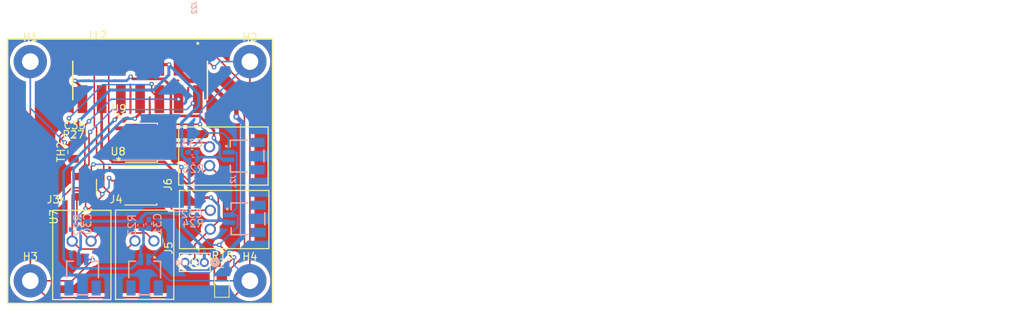
<source format=kicad_pcb>
(kicad_pcb (version 20240108) (generator "pcbnew") (generator_version "8.0")
  (layers (0 "F.Cu" signal) (31 "B.Cu" signal) (34 "B.Paste" user) (35 "F.Paste" user) (36 "B.SilkS" user "B.Silkscreen") (37 "F.SilkS" user "F.Silkscreen") (38 "B.Mask" user) (39 "F.Mask" user) (44 "Edge.Cuts" user))
  (net 0 "")
  (net 1 "GND")
  (net 2 "+12V")
  (net 3 "+5V_USBC")
  (net 4 "ADC0")
  (net 5 "ADC1")
  (net 6 "ADC2")
  (net 7 "ADC3")
  (net 8 "SCL")
  (net 9 "AREF")
  (net 10 "FAN_01_PWM_clockwise")
  (net 11 "FAN_01_PWM_counterclockwise")
  (net 12 "FAN_2_PWM")
  (net 13 "FAN_3_PWM")
  (net 14 "LED_2")
  (net 15 "Net-(D6-K)")
  (net 16 "Fan_Versorgung")
  (net 17 "Net-(U7-OUT1)")
  (net 18 "Net-(U7-OUT2)")
  (net 19 "Net-(U8-D)")
  (net 20 "Net-(U9-D)")
  (footprint "Resistor_SMD:R_0805_2012Metric" (layer "F.Cu") (at 108.7 114.95 90)
    (property "Reference" "TH2" (at 0 -1.65 90) (layer "F.SilkS"))
    (property "Value" "Thermistor_NTC")
    (fp_line (start -0.227064 -0.735) (end 0.227064 -0.735) (stroke (width 0.12)) (layer "F.SilkS"))
    (fp_line (start -0.227064 0.735) (end 0.227064 0.735) (stroke (width 0.12)) (layer "F.SilkS"))
    (pad "1" smd roundrect (at -0.9125 0 90) (size 1.025 1.4) (layers "F.Cu" "F.Paste" "F.Mask") (roundrect_rratio 0.243902) (net 8 "SCL"))
    (pad "2" smd roundrect (at 0.9125 0 90) (size 1.025 1.4) (layers "F.Cu" "F.Paste" "F.Mask") (roundrect_rratio 0.243902) (net 1 "GND"))
  )
  (footprint "Imported_Component_Footprints:CONN_S2B-XH-A-1LFSN_JST" (layer "F.Cu") (at 116.825 126.7265)
    (property "Reference" "J4" (at -2.5 -5.5 0) (layer "F.SilkS"))
    (property "Value" "FAN1")
    (fp_line (start -2.5731 -4.077) (end -2.5731 7.734) (stroke (width 0.1524)) (layer "F.SilkS"))
    (fp_line (start -2.5731 7.734) (end 5.1231 7.734) (stroke (width 0.1524)) (layer "F.SilkS"))
    (fp_line (start 5.1231 -4.077) (end -2.5731 -4.077) (stroke (width 0.1524)) (layer "F.SilkS"))
    (fp_line (start 5.1231 7.734) (end 5.1231 -4.077) (stroke (width 0.1524)) (layer "F.SilkS"))
    (pad "1" thru_hole circle (at 0 0) (size 1.4986 1.4986) (drill 0.9906) (layers "*.Cu" "*.Mask") (net 17 "Net-(U7-OUT1)"))
    (pad "2" thru_hole circle (at 2.499999 0) (size 1.4986 1.4986) (drill 0.9906) (layers "*.Cu" "*.Mask") (net 18 "Net-(U7-OUT2)"))
  )
  (footprint "MountingHole:MountingHole_2.2mm_M2_Pad_TopBottom" (layer "F.Cu") (at 132 103)
    (property "Reference" "H2" (at 0 -3.2 0) (layer "F.SilkS"))
    (property "Value" "MountHole")
    (pad "1" thru_hole circle (at 0 0) (size 2.6 2.6) (drill 2.2) (layers "*.Cu" "*.Mask") (net 1 "GND"))
    (pad "1" connect circle (at 0 0) (size 4.4 4.4) (layers "F.Cu" "F.Mask") (net 1 "GND"))
    (pad "1" connect circle (at 0 0) (size 4.4 4.4) (layers "B.Cu" "B.Mask") (net 1 "GND"))
  )
  (footprint "Imported_Component_Footprints:RJK0456DPB_00_J5" (layer "F.Cu") (at 117.6797 113.735)
    (property "Reference" "U9" (at -3 -4.5 0) (layer "F.SilkS"))
    (property "Value" "RJK0456DPB-00-J5")
    (fp_line (start -2.1082 2.5781) (end 2.1082 2.5781) (stroke (width 0.1524)) (layer "F.SilkS"))
    (fp_line (start 2.1082 -2.5781) (end -2.1082 -2.5781) (stroke (width 0.1524)) (layer "F.SilkS"))
    (fp_line (start 2.1082 -2.40284) (end 2.1082 -2.5781) (stroke (width 0.1524)) (layer "F.SilkS"))
    (fp_line (start 2.1082 2.5781) (end 2.1082 2.40284) (stroke (width 0.1524)) (layer "F.SilkS"))
    (fp_text user "*" (at -2.9337 -3.175 0) (layer "F.SilkS"))
    (fp_text user "*" (at -2.9337 -3.175 0) (layer "F.SilkS"))
    (pad "1" smd rect (at -2.6797 -1.905) (size 1.5494 0.508) (layers "F.Cu" "F.Paste" "F.Mask") (net 1 "GND"))
    (pad "2" smd rect (at -2.6797 -0.635) (size 1.5494 0.508) (layers "F.Cu" "F.Paste" "F.Mask") (net 1 "GND"))
    (pad "3" smd rect (at -2.6797 0.635) (size 1.5494 0.508) (layers "F.Cu" "F.Paste" "F.Mask") (net 1 "GND"))
    (pad "4" smd rect (at -2.6797 1.905) (size 1.5494 0.508) (layers "F.Cu" "F.Paste" "F.Mask") (net 13 "FAN_3_PWM"))
    (pad "5" smd rect (at 1.0033 0) (size 4.9022 4.1402) (layers "F.Cu" "F.Paste" "F.Mask") (net 20 "Net-(U9-D)"))
  )
  (footprint "MountingHole:MountingHole_2.2mm_M2_Pad_TopBottom" (layer "F.Cu") (at 132 132)
    (property "Reference" "H4" (at 0 -3.2 0) (layer "F.SilkS"))
    (property "Value" "MountHole")
    (pad "1" thru_hole circle (at 0 0) (size 2.6 2.6) (drill 2.2) (layers "*.Cu" "*.Mask") (net 1 "GND"))
    (pad "1" connect circle (at 0 0) (size 4.4 4.4) (layers "F.Cu" "F.Mask") (net 1 "GND"))
    (pad "1" connect circle (at 0 0) (size 4.4 4.4) (layers "B.Cu" "B.Mask") (net 1 "GND"))
  )
  (footprint "Imported_Component_Footprints:SAMTEC_TSM-107-04-L-DV" (layer "F.Cu") (at 117.5 105.5)
    (property "Reference" "J12" (at -5.715 -5.965 0) (layer "F.SilkS"))
    (property "Value" "Steckverbinder_Male_Fans")
    (fp_line (start -8.89 2.54) (end -8.89 -2.54) (stroke (width 0.2)) (layer "F.SilkS"))
    (fp_line (start 8.89 -2.54) (end 8.89 2.54) (stroke (width 0.2)) (layer "F.SilkS"))
    (fp_circle (center 7.62 -4.9) (end 7.72 -4.9) (stroke (width 0.2)) (fill none) (layer "F.SilkS"))
    (pad "01" smd rect (at 7.62 -2.475) (size 1.27 3.68) (layers "F.Cu" "F.Paste" "F.Mask") (net 1 "GND"))
    (pad "02" smd rect (at 7.62 2.475) (size 1.27 3.68) (layers "F.Cu" "F.Paste" "F.Mask") (net 11 "FAN_01_PWM_counterclockwise"))
    (pad "03" smd rect (at 5.08 -2.475) (size 1.27 3.68) (layers "F.Cu" "F.Paste" "F.Mask") (net 2 "+12V"))
    (pad "04" smd rect (at 5.08 2.475) (size 1.27 3.68) (layers "F.Cu" "F.Paste" "F.Mask") (net 10 "FAN_01_PWM_clockwise"))
    (pad "05" smd rect (at 2.54 -2.475) (size 1.27 3.68) (layers "F.Cu" "F.Paste" "F.Mask") (net 9 "AREF"))
    (pad "06" smd rect (at 2.54 2.475) (size 1.27 3.68) (layers "F.Cu" "F.Paste" "F.Mask") (net 8 "SCL"))
    (pad "07" smd rect (at 0 -2.475) (size 1.27 3.68) (layers "F.Cu" "F.Paste" "F.Mask") (net 3 "+5V_USBC"))
    (pad "08" smd rect (at 0 2.475) (size 1.27 3.68) (layers "F.Cu" "F.Paste" "F.Mask") (net 4 "ADC0"))
    (pad "09" smd rect (at -2.54 -2.475) (size 1.27 3.68) (layers "F.Cu" "F.Paste" "F.Mask") (net 14 "LED_2"))
    (pad "10" smd rect (at -2.54 2.475) (size 1.27 3.68) (layers "F.Cu" "F.Paste" "F.Mask") (net 5 "ADC1"))
    (pad "11" smd rect (at -5.08 -2.475) (size 1.27 3.68) (layers "F.Cu" "F.Paste" "F.Mask") (net 13 "FAN_3_PWM"))
    (pad "12" smd rect (at -5.08 2.475) (size 1.27 3.68) (layers "F.Cu" "F.Paste" "F.Mask") (net 6 "ADC2"))
    (pad "13" smd rect (at -7.62 -2.475) (size 1.27 3.68) (layers "F.Cu" "F.Paste" "F.Mask") (net 12 "FAN_2_PWM"))
    (pad "14" smd rect (at -7.62 2.475) (size 1.27 3.68) (layers "F.Cu" "F.Paste" "F.Mask") (net 7 "ADC3"))
  )
  (footprint "Imported_Component_Footprints:FTS_103_01_F_S" (layer "F.Cu") (at 125.9866 129.56515)
    (property "Reference" "J2" (at -1.27 0 0) (layer "F.SilkS"))
    (property "Value" "Fan_12/5V_Regelung")
    (fp_circle (center 1.397 0) (end 1.778 0) (stroke (width 0.508)) (fill none) (layer "B.SilkS"))
    (fp_line (start -3.302 -1.2065) (end -3.302 -0.535434) (stroke (width 0.1524)) (layer "F.SilkS"))
    (fp_line (start -3.302 0.535434) (end -3.302 1.2065) (stroke (width 0.1524)) (layer "F.SilkS"))
    (fp_line (start -3.302 1.2065) (end 0.762 1.2065) (stroke (width 0.1524)) (layer "F.SilkS"))
    (fp_line (start 0.762 -1.2065) (end -3.302 -1.2065) (stroke (width 0.1524)) (layer "F.SilkS"))
    (fp_line (start 0.762 -0.535434) (end 0.762 -1.2065) (stroke (width 0.1524)) (layer "F.SilkS"))
    (fp_line (start 0.762 1.2065) (end 0.762 0.535434) (stroke (width 0.1524)) (layer "F.SilkS"))
    (fp_arc (start 1.079071 -0.209957) (mid 1.506613 -0.364892) (end 1.778 0) (stroke (width 0.508)) (layer "F.SilkS"))
    (fp_arc (start 1.778 0) (mid 1.506613 0.364892) (end 1.079071 0.209957) (stroke (width 0.508)) (layer "F.SilkS"))
    (pad "1" thru_hole oval (at 0 0) (size 1.1684 1.2192) (drill 0.7112) (layers "*.Cu" "*.Mask") (net 9 "AREF"))
    (pad "2" thru_hole oval (at -1.27 0) (size 1.1684 1.2192) (drill 0.7112) (layers "*.Cu" "*.Mask") (net 16 "Fan_Versorgung"))
    (pad "3" thru_hole oval (at -2.54 0) (size 1.1684 1.2192) (drill 0.7112) (layers "*.Cu" "*.Mask") (net 2 "+12V"))
  )
  (footprint "Imported_Component_Footprints:RJK0456DPB_00_J5" (layer "F.Cu") (at 117.5967 119.4)
    (property "Reference" "U8" (at -3 -4.5 0) (layer "F.SilkS"))
    (property "Value" "RJK0456DPB-00-J5")
    (fp_line (start -2.1082 2.5781) (end 2.1082 2.5781) (stroke (width 0.1524)) (layer "F.SilkS"))
    (fp_line (start 2.1082 -2.5781) (end -2.1082 -2.5781) (stroke (width 0.1524)) (layer "F.SilkS"))
    (fp_line (start 2.1082 -2.40284) (end 2.1082 -2.5781) (stroke (width 0.1524)) (layer "F.SilkS"))
    (fp_line (start 2.1082 2.5781) (end 2.1082 2.40284) (stroke (width 0.1524)) (layer "F.SilkS"))
    (fp_text user "*" (at -2.9337 -3.175 0) (layer "F.SilkS"))
    (fp_text user "*" (at -2.9337 -3.175 0) (layer "F.SilkS"))
    (pad "1" smd rect (at -2.6797 -1.905) (size 1.5494 0.508) (layers "F.Cu" "F.Paste" "F.Mask") (net 1 "GND"))
    (pad "2" smd rect (at -2.6797 -0.635) (size 1.5494 0.508) (layers "F.Cu" "F.Paste" "F.Mask") (net 1 "GND"))
    (pad "3" smd rect (at -2.6797 0.635) (size 1.5494 0.508) (layers "F.Cu" "F.Paste" "F.Mask") (net 1 "GND"))
    (pad "4" smd rect (at -2.6797 1.905) (size 1.5494 0.508) (layers "F.Cu" "F.Paste" "F.Mask") (net 12 "FAN_2_PWM"))
    (pad "5" smd rect (at 1.0033 0) (size 4.9022 4.1402) (layers "F.Cu" "F.Paste" "F.Mask") (net 19 "Net-(U8-D)"))
  )
  (footprint "MountingHole:MountingHole_2.2mm_M2_Pad_TopBottom" (layer "F.Cu") (at 103 103)
    (property "Reference" "H1" (at 0 -3.2 0) (layer "F.SilkS"))
    (property "Value" "MountHole")
    (pad "1" thru_hole circle (at 0 0) (size 2.6 2.6) (drill 2.2) (layers "*.Cu" "*.Mask") (net 1 "GND"))
    (pad "1" connect circle (at 0 0) (size 4.4 4.4) (layers "F.Cu" "F.Mask") (net 1 "GND"))
    (pad "1" connect circle (at 0 0) (size 4.4 4.4) (layers "B.Cu" "B.Mask") (net 1 "GND"))
  )
  (footprint "Imported_Component_Footprints:CONN_S2B-XH-A-1LFSN_JST" (layer "F.Cu") (at 126.7715 125.175 90)
    (property "Reference" "J5" (at -2.5 -5.5 90) (layer "F.SilkS"))
    (property "Value" "FAN2")
    (fp_line (start 5.1231 -4.077) (end -2.5731 -4.077) (stroke (width 0.1524)) (layer "F.SilkS"))
    (fp_line (start -2.5731 -4.077) (end -2.5731 7.734) (stroke (width 0.1524)) (layer "F.SilkS"))
    (fp_line (start 5.1231 7.734) (end 5.1231 -4.077) (stroke (width 0.1524)) (layer "F.SilkS"))
    (fp_line (start -2.5731 7.734) (end 5.1231 7.734) (stroke (width 0.1524)) (layer "F.SilkS"))
    (pad "1" thru_hole circle (at 0 0 90) (size 1.4986 1.4986) (drill 0.9906) (layers "*.Cu" "*.Mask") (net 16 "Fan_Versorgung"))
    (pad "2" thru_hole circle (at 2.499999 0 90) (size 1.4986 1.4986) (drill 0.9906) (layers "*.Cu" "*.Mask") (net 19 "Net-(U8-D)"))
  )
  (footprint "Imported_Component_Footprints:CONN_S2B-XH-A-1LFSN_JST" (layer "F.Cu") (at 126.6715 116.775 90)
    (property "Reference" "J6" (at -2.5 -5.5 90) (layer "F.SilkS"))
    (property "Value" "FAN3")
    (fp_line (start 5.1231 -4.077) (end -2.5731 -4.077) (stroke (width 0.1524)) (layer "F.SilkS"))
    (fp_line (start -2.5731 -4.077) (end -2.5731 7.734) (stroke (width 0.1524)) (layer "F.SilkS"))
    (fp_line (start 5.1231 7.734) (end 5.1231 -4.077) (stroke (width 0.1524)) (layer "F.SilkS"))
    (fp_line (start -2.5731 7.734) (end 5.1231 7.734) (stroke (width 0.1524)) (layer "F.SilkS"))
    (pad "1" thru_hole circle (at 0 0 90) (size 1.4986 1.4986) (drill 0.9906) (layers "*.Cu" "*.Mask") (net 16 "Fan_Versorgung"))
    (pad "2" thru_hole circle (at 2.499999 0 90) (size 1.4986 1.4986) (drill 0.9906) (layers "*.Cu" "*.Mask") (net 20 "Net-(U9-D)"))
  )
  (footprint "Resistor_SMD:R_0402_1005Metric" (layer "F.Cu") (at 128.4 129.85)
    (property "Reference" "R15" (at 0 -1.17 0) (layer "F.SilkS"))
    (property "Value" "330")
    (fp_line (start -0.153641 -0.38) (end 0.153641 -0.38) (stroke (width 0.12)) (layer "F.SilkS"))
    (fp_line (start -0.153641 0.38) (end 0.153641 0.38) (stroke (width 0.12)) (layer "F.SilkS"))
    (pad "1" smd roundrect (at -0.51 0) (size 0.54 0.64) (layers "F.Cu" "F.Paste" "F.Mask") (net 15 "Net-(D6-K)"))
    (pad "2" smd roundrect (at 0.51 0) (size 0.54 0.64) (layers "F.Cu" "F.Paste" "F.Mask") (net 1 "GND"))
  )
  (footprint "Capacitor_SMD:C_0402_1005Metric_Pad0.74x0.62mm_HandSolder" (layer "F.Cu") (at 108.85 112.6)
    (property "Reference" "C35" (at 0 -1.16 0) (layer "F.SilkS"))
    (property "Value" "0.1µF")
    (fp_line (start -0.115835 -0.36) (end 0.115835 -0.36) (stroke (width 0.12)) (layer "F.SilkS"))
    (fp_line (start -0.115835 0.36) (end 0.115835 0.36) (stroke (width 0.12)) (layer "F.SilkS"))
    (pad "1" smd roundrect (at -0.5675 0) (size 0.735 0.62) (layers "F.Cu" "F.Paste" "F.Mask") (net 8 "SCL"))
    (pad "2" smd roundrect (at 0.5675 0) (size 0.735 0.62) (layers "F.Cu" "F.Paste" "F.Mask") (net 1 "GND"))
  )
  (footprint "LED_SMD:LED_0805_2012Metric" (layer "F.Cu") (at 128.3 132.5 90)
    (property "Reference" "D6" (hide yes))
    (property "Value" "YELLOW")
    (fp_line (start 1 -0.96) (end -1.685 -0.96) (stroke (width 0.12)) (layer "F.SilkS"))
    (fp_line (start -1.685 -0.96) (end -1.685 0.96) (stroke (width 0.12)) (layer "F.SilkS"))
    (fp_line (start -1.685 0.96) (end 1 0.96) (stroke (width 0.12)) (layer "F.SilkS"))
    (pad "1" smd roundrect (at -0.9375 0 90) (size 0.975 1.4) (layers "F.Cu" "F.Paste" "F.Mask") (net 15 "Net-(D6-K)"))
    (pad "2" smd roundrect (at 0.9375 0 90) (size 0.975 1.4) (layers "F.Cu" "F.Paste" "F.Mask") (net 14 "LED_2"))
  )
  (footprint "Imported_Component_Footprints:CONN_S2B-XH-A-1LFSN_JST" (layer "F.Cu") (at 108.525 126.755)
    (property "Reference" "J3" (at -2.5 -5.5 0) (layer "F.SilkS"))
    (property "Value" "FAN0")
    (fp_line (start -2.5731 -4.077) (end -2.5731 7.734) (stroke (width 0.1524)) (layer "F.SilkS"))
    (fp_line (start -2.5731 7.734) (end 5.1231 7.734) (stroke (width 0.1524)) (layer "F.SilkS"))
    (fp_line (start 5.1231 -4.077) (end -2.5731 -4.077) (stroke (width 0.1524)) (layer "F.SilkS"))
    (fp_line (start 5.1231 7.734) (end 5.1231 -4.077) (stroke (width 0.1524)) (layer "F.SilkS"))
    (pad "1" thru_hole circle (at 0 0) (size 1.4986 1.4986) (drill 0.9906) (layers "*.Cu" "*.Mask") (net 17 "Net-(U7-OUT1)"))
    (pad "2" thru_hole circle (at 2.499999 0) (size 1.4986 1.4986) (drill 0.9906) (layers "*.Cu" "*.Mask") (net 18 "Net-(U7-OUT2)"))
  )
  (footprint "MountingHole:MountingHole_2.2mm_M2_Pad_TopBottom" (layer "F.Cu") (at 103 132)
    (property "Reference" "H3" (at 0 -3.2 0) (layer "F.SilkS"))
    (property "Value" "MountHole")
    (pad "1" thru_hole circle (at 0 0) (size 2.6 2.6) (drill 2.2) (layers "*.Cu" "*.Mask") (net 1 "GND"))
    (pad "1" connect circle (at 0 0) (size 4.4 4.4) (layers "F.Cu" "F.Mask") (net 1 "GND"))
    (pad "1" connect circle (at 0 0) (size 4.4 4.4) (layers "B.Cu" "B.Mask") (net 1 "GND"))
  )
  (footprint "Imported_Component_Footprints:TPM16050_S6TR" (layer "F.Cu") (at 110.1 119.55 90)
    (property "Reference" "U7" (at -4 -4 90) (layer "F.SilkS"))
    (property "Value" "TPM16050-S6TR")
    (fp_line (start 0.9779 -1.6383) (end -0.9779 -1.6383) (stroke (width 0.1524)) (layer "F.SilkS"))
    (fp_line (start -0.9779 1.6383) (end 0.9779 1.6383) (stroke (width 0.1524)) (layer "F.SilkS"))
    (fp_text user "*" (at -1.59385 -2.6518 90) (layer "F.SilkS"))
    (fp_text user "*" (at -1.59385 -2.6518 90) (layer "F.SilkS"))
    (pad "1" smd rect (at -1.33985 -0.950001 90) (size 0.9779 0.5588) (layers "F.Cu" "F.Paste" "F.Mask") (net 18 "Net-(U7-OUT2)"))
    (pad "2" smd rect (at -1.33985 0 90) (size 0.9779 0.5588) (layers "F.Cu" "F.Paste" "F.Mask") (net 1 "GND"))
    (pad "3" smd rect (at -1.33985 0.950001 90) (size 0.9779 0.5588) (layers "F.Cu" "F.Paste" "F.Mask") (net 17 "Net-(U7-OUT1)"))
    (pad "4" smd rect (at 1.33985 0.950001 90) (size 0.9779 0.5588) (layers "F.Cu" "F.Paste" "F.Mask") (net 16 "Fan_Versorgung"))
    (pad "5" smd rect (at 1.33985 0 90) (size 0.9779 0.5588) (layers "F.Cu" "F.Paste" "F.Mask") (net 11 "FAN_01_PWM_counterclockwise"))
    (pad "6" smd rect (at 1.33985 -0.950001 90) (size 0.9779 0.5588) (layers "F.Cu" "F.Paste" "F.Mask") (net 10 "FAN_01_PWM_clockwise"))
  )
  (footprint "Resistor_SMD:R_0402_1005Metric" (layer "F.Cu") (at 108.7 111.5 180)
    (property "Reference" "R27" (at 0 -1.17 0) (layer "F.SilkS"))
    (property "Value" "4k7")
    (fp_line (start -0.153641 0.38) (end 0.153641 0.38) (stroke (width 0.12)) (layer "F.SilkS"))
    (fp_line (start -0.153641 -0.38) (end 0.153641 -0.38) (stroke (width 0.12)) (layer "F.SilkS"))
    (pad "1" smd roundrect (at -0.51 0 180) (size 0.54 0.64) (layers "F.Cu" "F.Paste" "F.Mask") (net 9 "AREF"))
    (pad "2" smd roundrect (at 0.51 0 180) (size 0.54 0.64) (layers "F.Cu" "F.Paste" "F.Mask") (net 8 "SCL"))
  )
  (footprint "Resistor_SMD:R_0402_1005Metric" (layer "B.Cu") (at 124.5225 116.03675)
    (property "Reference" "R25" (at 0 1.17 0) (layer "B.SilkS") (effects (justify mirror)))
    (property "Value" "4k7")
    (fp_line (start 0.153641 -0.38) (end -0.153641 -0.38) (stroke (width 0.12)) (layer "B.SilkS"))
    (fp_line (start 0.153641 0.38) (end -0.153641 0.38) (stroke (width 0.12)) (layer "B.SilkS"))
    (pad "1" smd roundrect (at -0.51 0) (size 0.54 0.64) (layers "B.Cu" "B.Paste" "B.Mask") (net 9 "AREF"))
    (pad "2" smd roundrect (at 0.51 0) (size 0.54 0.64) (layers "B.Cu" "B.Paste" "B.Mask") (net 7 "ADC3"))
  )
  (footprint "Resistor_SMD:R_0402_1005Metric" (layer "B.Cu") (at 124.49 123.25)
    (property "Reference" "R24" (at 0 1.17 0) (layer "B.SilkS") (effects (justify mirror)))
    (property "Value" "4k7")
    (fp_line (start 0.153641 -0.38) (end -0.153641 -0.38) (stroke (width 0.12)) (layer "B.SilkS"))
    (fp_line (start 0.153641 0.38) (end -0.153641 0.38) (stroke (width 0.12)) (layer "B.SilkS"))
    (pad "1" smd roundrect (at -0.51 0) (size 0.54 0.64) (layers "B.Cu" "B.Paste" "B.Mask") (net 9 "AREF"))
    (pad "2" smd roundrect (at 0.51 0) (size 0.54 0.64) (layers "B.Cu" "B.Paste" "B.Mask") (net 6 "ADC2"))
  )
  (footprint "Capacitor_SMD:C_0402_1005Metric_Pad0.74x0.62mm_HandSolder" (layer "B.Cu") (at 124.3325 124.3 180)
    (property "Reference" "C32" (at 0 1.16 0) (layer "B.SilkS") (effects (justify mirror)))
    (property "Value" "0.1µF")
    (fp_line (start 0.115835 0.36) (end -0.115835 0.36) (stroke (width 0.12)) (layer "B.SilkS"))
    (fp_line (start 0.115835 -0.36) (end -0.115835 -0.36) (stroke (width 0.12)) (layer "B.SilkS"))
    (pad "1" smd roundrect (at -0.5675 0 180) (size 0.735 0.62) (layers "B.Cu" "B.Paste" "B.Mask") (net 6 "ADC2"))
    (pad "2" smd roundrect (at 0.5675 0 180) (size 0.735 0.62) (layers "B.Cu" "B.Paste" "B.Mask") (net 1 "GND"))
  )
  (footprint "Imported_Component_Footprints:665102131822" (layer "B.Cu") (at 118.1 131.1 180)
    (property "Reference" "J20" (at -4.932 1.4464 0) (layer "B.SilkS") (effects (font (size 0.64 0.64)) (justify mirror)))
    (property "Value" "T2")
    (fp_line (start 2.1 1.695) (end 1.2 1.695) (stroke (width 0.2)) (layer "B.SilkS"))
    (fp_line (start 2.1 -0.5) (end 2.1 1.695) (stroke (width 0.2)) (layer "B.SilkS"))
    (fp_line (start 0.8 -2.755) (end -0.8 -2.755) (stroke (width 0.2)) (layer "B.SilkS"))
    (fp_line (start -2.1 1.695) (end -1.2 1.695) (stroke (width 0.2)) (layer "B.SilkS"))
    (fp_line (start -2.1 -0.5) (end -2.1 1.695) (stroke (width 0.2)) (layer "B.SilkS"))
    (fp_circle (center -1.3 2.2) (end -1.2 2.2) (stroke (width 0.2)) (fill none) (layer "B.SilkS"))
    (pad "1" smd rect (at -0.5 1.92 180) (size 0.6 1.55) (layers "B.Cu" "B.Paste" "B.Mask") (net 1 "GND"))
    (pad "2" smd rect (at 0.5 1.92 180) (size 0.6 1.55) (layers "B.Cu" "B.Paste" "B.Mask") (net 5 "ADC1"))
    (pad "Z1" smd rect (at -1.8 -1.855 180) (size 1.2 2) (layers "B.Cu" "B.Paste" "B.Mask"))
    (pad "Z2" smd rect (at 1.8 -1.855 180) (size 1.2 2) (layers "B.Cu" "B.Paste" "B.Mask"))
  )
  (footprint "Imported_Component_Footprints:665102131822" (layer "B.Cu") (at 131.1 115.5 -90)
    (property "Reference" "J22" (at -19.632 6.4464 90) (layer "B.SilkS") (effects (font (size 0.64 0.64)) (justify mirror)))
    (property "Value" "T3")
    (fp_line (start -2.1 1.695) (end -1.2 1.695) (stroke (width 0.2)) (layer "B.SilkS"))
    (fp_line (start 2.1 1.695) (end 1.2 1.695) (stroke (width 0.2)) (layer "B.SilkS"))
    (fp_line (start -2.1 -0.5) (end -2.1 1.695) (stroke (width 0.2)) (layer "B.SilkS"))
    (fp_line (start 2.1 -0.5) (end 2.1 1.695) (stroke (width 0.2)) (layer "B.SilkS"))
    (fp_line (start 0.8 -2.755) (end -0.8 -2.755) (stroke (width 0.2)) (layer "B.SilkS"))
    (fp_circle (center -1.3 2.2) (end -1.2 2.2) (stroke (width 0.2)) (fill none) (layer "B.SilkS"))
    (pad "1" smd rect (at -0.5 1.92 270) (size 0.6 1.55) (layers "B.Cu" "B.Paste" "B.Mask") (net 1 "GND"))
    (pad "2" smd rect (at 0.5 1.92 270) (size 0.6 1.55) (layers "B.Cu" "B.Paste" "B.Mask") (net 7 "ADC3"))
    (pad "Z1" smd rect (at -1.8 -1.855 270) (size 1.2 2) (layers "B.Cu" "B.Paste" "B.Mask"))
    (pad "Z2" smd rect (at 1.8 -1.855 270) (size 1.2 2) (layers "B.Cu" "B.Paste" "B.Mask"))
  )
  (footprint "Resistor_SMD:R_0402_1005Metric" (layer "B.Cu") (at 117.6 124.65 -90)
    (property "Reference" "R23" (at 0 1.17 90) (layer "B.SilkS") (effects (justify mirror)))
    (property "Value" "4k7")
    (fp_line (start 0.153641 0.38) (end -0.153641 0.38) (stroke (width 0.12)) (layer "B.SilkS"))
    (fp_line (start 0.153641 -0.38) (end -0.153641 -0.38) (stroke (width 0.12)) (layer "B.SilkS"))
    (pad "1" smd roundrect (at -0.51 0 270) (size 0.54 0.64) (layers "B.Cu" "B.Paste" "B.Mask") (net 9 "AREF"))
    (pad "2" smd roundrect (at 0.51 0 270) (size 0.54 0.64) (layers "B.Cu" "B.Paste" "B.Mask") (net 5 "ADC1"))
  )
  (footprint "Capacitor_SMD:C_0402_1005Metric_Pad0.74x0.62mm_HandSolder" (layer "B.Cu") (at 124.3825 115 180)
    (property "Reference" "C33" (at 0 1.16 0) (layer "B.SilkS") (effects (justify mirror)))
    (property "Value" "0.1µF")
    (fp_line (start 0.115835 0.36) (end -0.115835 0.36) (stroke (width 0.12)) (layer "B.SilkS"))
    (fp_line (start 0.115835 -0.36) (end -0.115835 -0.36) (stroke (width 0.12)) (layer "B.SilkS"))
    (pad "1" smd roundrect (at -0.5675 0 180) (size 0.735 0.62) (layers "B.Cu" "B.Paste" "B.Mask") (net 7 "ADC3"))
    (pad "2" smd roundrect (at 0.5675 0 180) (size 0.735 0.62) (layers "B.Cu" "B.Paste" "B.Mask") (net 1 "GND"))
  )
  (footprint "Capacitor_SMD:C_0402_1005Metric_Pad0.74x0.62mm_HandSolder" (layer "B.Cu") (at 118.65 124.4825 90)
    (property "Reference" "C31" (at 0 1.16 90) (layer "B.SilkS") (effects (justify mirror)))
    (property "Value" "0.1µF")
    (fp_line (start 0.115835 -0.36) (end -0.115835 -0.36) (stroke (width 0.12)) (layer "B.SilkS"))
    (fp_line (start 0.115835 0.36) (end -0.115835 0.36) (stroke (width 0.12)) (layer "B.SilkS"))
    (pad "1" smd roundrect (at -0.5675 0 90) (size 0.735 0.62) (layers "B.Cu" "B.Paste" "B.Mask") (net 5 "ADC1"))
    (pad "2" smd roundrect (at 0.5675 0 90) (size 0.735 0.62) (layers "B.Cu" "B.Paste" "B.Mask") (net 1 "GND"))
  )
  (footprint "Capacitor_SMD:C_0402_1005Metric_Pad0.74x0.62mm_HandSolder" (layer "B.Cu") (at 109.4 124.4825 90)
    (property "Reference" "C30" (at 0 1.16 90) (layer "B.SilkS") (effects (justify mirror)))
    (property "Value" "0.1µF")
    (fp_line (start 0.115835 -0.36) (end -0.115835 -0.36) (stroke (width 0.12)) (layer "B.SilkS"))
    (fp_line (start 0.115835 0.36) (end -0.115835 0.36) (stroke (width 0.12)) (layer "B.SilkS"))
    (pad "1" smd roundrect (at -0.5675 0 90) (size 0.735 0.62) (layers "B.Cu" "B.Paste" "B.Mask") (net 4 "ADC0"))
    (pad "2" smd roundrect (at 0.5675 0 90) (size 0.735 0.62) (layers "B.Cu" "B.Paste" "B.Mask") (net 1 "GND"))
  )
  (footprint "Imported_Component_Footprints:665102131822" (layer "B.Cu") (at 109.9 131.1 180)
    (property "Reference" "J19" (hide yes))
    (property "Value" "T2")
    (fp_line (start 2.1 1.695) (end 1.2 1.695) (stroke (width 0.2)) (layer "B.SilkS"))
    (fp_line (start 2.1 -0.5) (end 2.1 1.695) (stroke (width 0.2)) (layer "B.SilkS"))
    (fp_line (start 0.8 -2.755) (end -0.8 -2.755) (stroke (width 0.2)) (layer "B.SilkS"))
    (fp_line (start -2.1 1.695) (end -1.2 1.695) (stroke (width 0.2)) (layer "B.SilkS"))
    (fp_line (start -2.1 -0.5) (end -2.1 1.695) (stroke (width 0.2)) (layer "B.SilkS"))
    (fp_circle (center -1.3 2.2) (end -1.2 2.2) (stroke (width 0.2)) (fill none) (layer "B.SilkS"))
    (pad "1" smd rect (at -0.5 1.92 180) (size 0.6 1.55) (layers "B.Cu" "B.Paste" "B.Mask") (net 1 "GND"))
    (pad "2" smd rect (at 0.5 1.92 180) (size 0.6 1.55) (layers "B.Cu" "B.Paste" "B.Mask") (net 4 "ADC0"))
    (pad "Z1" smd rect (at -1.8 -1.855 180) (size 1.2 2) (layers "B.Cu" "B.Paste" "B.Mask"))
    (pad "Z2" smd rect (at 1.8 -1.855 180) (size 1.2 2) (layers "B.Cu" "B.Paste" "B.Mask"))
  )
  (footprint "Imported_Component_Footprints:665102131822" (layer "B.Cu") (at 131.21325 123.8 -90)
    (property "Reference" "J21" (at -4.932 1.4464 90) (layer "B.SilkS") (effects (font (size 0.64 0.64)) (justify mirror)))
    (property "Value" "T2")
    (fp_line (start -2.1 1.695) (end -1.2 1.695) (stroke (width 0.2)) (layer "B.SilkS"))
    (fp_line (start 2.1 1.695) (end 1.2 1.695) (stroke (width 0.2)) (layer "B.SilkS"))
    (fp_line (start -2.1 -0.5) (end -2.1 1.695) (stroke (width 0.2)) (layer "B.SilkS"))
    (fp_line (start 2.1 -0.5) (end 2.1 1.695) (stroke (width 0.2)) (layer "B.SilkS"))
    (fp_line (start 0.8 -2.755) (end -0.8 -2.755) (stroke (width 0.2)) (layer "B.SilkS"))
    (fp_circle (center -1.3 2.2) (end -1.2 2.2) (stroke (width 0.2)) (fill none) (layer "B.SilkS"))
    (pad "1" smd rect (at -0.5 1.92 270) (size 0.6 1.55) (layers "B.Cu" "B.Paste" "B.Mask") (net 1 "GND"))
    (pad "2" smd rect (at 0.5 1.92 270) (size 0.6 1.55) (layers "B.Cu" "B.Paste" "B.Mask") (net 6 "ADC2"))
    (pad "Z1" smd rect (at -1.8 -1.855 270) (size 1.2 2) (layers "B.Cu" "B.Paste" "B.Mask"))
    (pad "Z2" smd rect (at 1.8 -1.855 270) (size 1.2 2) (layers "B.Cu" "B.Paste" "B.Mask"))
  )
  (footprint "Resistor_SMD:R_0402_1005Metric" (layer "B.Cu") (at 110.45 124.6325 -90)
    (property "Reference" "R22" (at 0 1.17 90) (layer "B.SilkS") (effects (justify mirror)))
    (property "Value" "4k7")
    (fp_line (start 0.153641 0.38) (end -0.153641 0.38) (stroke (width 0.12)) (layer "B.SilkS"))
    (fp_line (start 0.153641 -0.38) (end -0.153641 -0.38) (stroke (width 0.12)) (layer "B.SilkS"))
    (pad "1" smd roundrect (at -0.51 0 270) (size 0.54 0.64) (layers "B.Cu" "B.Paste" "B.Mask") (net 9 "AREF"))
    (pad "2" smd roundrect (at 0.51 0 270) (size 0.54 0.64) (layers "B.Cu" "B.Paste" "B.Mask") (net 4 "ADC0"))
  )
  (gr_rect (start 100 100) (end 135 135) (stroke (width 0.2)) (fill none) (layer "F.SilkS"))
  (segment (start 114.917 120.035) (end 114.917 118.765) (width 0.2) (layer "F.Cu") (net 1))
  (segment (start 114.917 118.765) (end 114.917 117.495) (width 0.2) (layer "F.Cu") (net 1))
  (segment (start 112.5 120.774386) (end 112.5 120.55) (width 0.2) (layer "F.Cu") (net 1))
  (segment (start 108.7 114.0375) (end 107.8875 114.0375) (width 0.2) (layer "F.Cu") (net 1))
  (segment (start 128.95 129.85) (end 129.9 128.9) (width 0.2) (layer "F.Cu") (net 1))
  (segment (start 110.3 121.08985) (end 110.1 120.88985) (width 0.2) (layer "F.Cu") (net 1))
  (segment (start 103 125.2) (end 103 132) (width 0.2) (layer "F.Cu") (net 1))
  (segment (start 111.25 129.25) (end 108.5 132) (width 0.2) (layer "F.Cu") (net 1))
  (segment (start 127.25 103.75) (end 126.525 103.025) (width 0.2) (layer "F.Cu") (net 1))
  (segment (start 115 111.83) (end 115.5207 111.83) (width 0.2) (layer "F.Cu") (net 1))
  (segment (start 109.4175 112.6) (end 109.4175 113.32) (width 0.2) (layer "F.Cu") (net 1))
  (segment (start 114.917 118.765) (end 113.765004 118.765) (width 0.2) (layer "F.Cu") (net 1))
  (segment (start 110.824386 122.45) (end 112.5 120.774386) (width 0.2) (layer "F.Cu") (net 1))
  (segment (start 132 132) (end 132 103) (width 0.2) (layer "F.Cu") (net 1))
  (segment (start 108.5 132) (end 103 132) (width 0.2) (layer "F.Cu") (net 1))
  (segment (start 111.6509 119.7009) (end 108.4991 119.7009) (width 0.2) (layer "F.Cu") (net 1))
  (segment (start 127.95 127.25) (end 129.6 128.9) (width 0.2) (layer "F.Cu") (net 1))
  (segment (start 116.057385 111.293315) (end 125.418009 111.293315) (width 0.2) (layer "F.Cu") (net 1))
  (segment (start 113.765004 118.765) (end 113.4 118.399996) (width 0.2) (layer "F.Cu") (net 1))
  (segment (start 109.4175 113.32) (end 108.7 114.0375) (width 0.2) (layer "F.Cu") (net 1))
  (segment (start 107.8875 114.0375) (end 107.55 113.7) (width 0.2) (layer "F.Cu") (net 1))
  (segment (start 108.4991 119.7009) (end 103 125.2) (width 0.2) (layer "F.Cu") (net 1))
  (segment (start 126.525 103.025) (end 125.12 103.025) (width 0.2) (layer "F.Cu") (net 1))
  (segment (start 110.3 122.45) (end 110.824386 122.45) (width 0.2) (layer "F.Cu") (net 1))
  (segment (start 115.5207 111.83) (end 116.057385 111.293315) (width 0.2) (layer "F.Cu") (net 1))
  (segment (start 112.5 120.55) (end 111.6509 119.7009) (width 0.2) (layer "F.Cu") (net 1))
  (segment (start 110.3 122.45) (end 110.3 121.08985) (width 0.2) (layer "F.Cu") (net 1))
  (segment (start 132 132) (end 129.775 134.225) (width 0.2) (layer "F.Cu") (net 1))
  (segment (start 128.91 129.85) (end 128.95 129.85) (width 0.2) (layer "F.Cu") (net 1))
  (segment (start 129.6 128.9) (end 129.9 128.9) (width 0.2) (layer "F.Cu") (net 1))
  (segment (start 103 103) (end 103 132) (width 0.2) (layer "F.Cu") (net 1))
  (segment (start 115 114.37) (end 115 111.83) (width 0.2) (layer "F.Cu") (net 1))
  (segment (start 129.775 134.225) (end 105.225 134.225) (width 0.2) (layer "F.Cu") (net 1))
  (segment (start 105.225 134.225) (end 103 132) (width 0.2) (layer "F.Cu") (net 1))
  (via (at 129.9 128.9) (size 0.6) (drill 0.3) (layers "F.Cu" "B.Cu") (net 1))
  (via (at 127.95 127.25) (size 0.6) (drill 0.3) (layers "F.Cu" "B.Cu") (net 1))
  (via (at 107.55 113.7) (size 0.6) (drill 0.3) (layers "F.Cu" "B.Cu") (net 1))
  (via (at 112.5 120.55) (size 0.6) (drill 0.3) (layers "F.Cu" "B.Cu") (net 1))
  (via (at 111.25 129.25) (size 0.6) (drill 0.3) (layers "F.Cu" "B.Cu") (net 1))
  (via (at 125.418009 111.293315) (size 0.6) (drill 0.3) (layers "F.Cu" "B.Cu") (net 1))
  (via (at 113.4 118.399996) (size 0.6) (drill 0.3) (layers "F.Cu" "B.Cu") (net 1))
  (via (at 127.25 103.75) (size 0.6) (drill 0.3) (layers "F.Cu" "B.Cu") (net 1))
  (via (at 110.3 122.45) (size 0.6) (drill 0.3) (layers "F.Cu" "B.Cu") (net 1))
  (segment (start 129.18 115) (end 130.155 115) (width 0.2) (layer "B.Cu") (net 1))
  (segment (start 130.255 115.1) (end 130.255 122.33825) (width 0.2) (layer "B.Cu") (net 1))
  (segment (start 120.374299 125.639299) (end 120.374299 127.405701) (width 0.2) (layer "B.Cu") (net 1))
  (segment (start 120.374299 127.405701) (end 118.6 129.18) (width 0.2) (layer "B.Cu") (net 1))
  (segment (start 121.42 132) (end 132 132) (width 0.2) (layer "B.Cu") (net 1))
  (segment (start 125.418009 111.503009) (end 126.365 112.45) (width 0.2) (layer "B.Cu") (net 1))
  (segment (start 127.95 127.25) (end 126.834738 127.25) (width 0.2) (layer "B.Cu") (net 1))
  (segment (start 111.18 129.18) (end 111.25 129.25) (width 0.2) (layer "B.Cu") (net 1))
  (segment (start 103 109.15) (end 103 103) (width 0.2) (layer "B.Cu") (net 1))
  (segment (start 128.45 112.45) (end 129.18 113.18) (width 0.2) (layer "B.Cu") (net 1))
  (segment (start 123.884738 124.3) (end 123.765 124.3) (width 0.2) (layer "B.Cu") (net 1))
  (segment (start 109.4 123.915) (end 109.4 123.35) (width 0.2) (layer "B.Cu") (net 1))
  (segment (start 129.29325 123.3) (end 130.26825 123.3) (width 0.2) (layer "B.Cu") (net 1))
  (segment (start 129.9 128.9) (end 129.9 129.9) (width 0.2) (layer "B.Cu") (net 1))
  (segment (start 113.4 119.65) (end 113.4 118.399996) (width 0.2) (layer "B.Cu") (net 1))
  (segment (start 130.155 115) (end 130.255 115.1) (width 0.2) (layer "B.Cu") (net 1))
  (segment (start 126.365 112.45) (end 128.45 112.45) (width 0.2) (layer "B.Cu") (net 1))
  (segment (start 130.36825 123.4) (end 130.36825 124.83175) (width 0.2) (layer "B.Cu") (net 1))
  (segment (start 110.4 129.18) (end 111.18 129.18) (width 0.2) (layer "B.Cu") (net 1))
  (segment (start 130.26825 123.3) (end 130.36825 123.4) (width 0.2) (layer "B.Cu") (net 1))
  (segment (start 118.65 123.915) (end 120.374299 125.639299) (width 0.2) (layer "B.Cu") (net 1))
  (segment (start 130.36825 124.83175) (end 127.95 127.25) (width 0.2) (layer "B.Cu") (net 1))
  (segment (start 112.5 120.55) (end 113.4 119.65) (width 0.2) (layer "B.Cu") (net 1))
  (segment (start 126.834738 127.25) (end 123.884738 124.3) (width 0.2) (layer "B.Cu") (net 1))
  (segment (start 118.6 129.18) (end 121.42 132) (width 0.2) (layer "B.Cu") (net 1))
  (segment (start 125.418009 111.293315) (end 125.418009 111.503009) (width 0.2) (layer "B.Cu") (net 1))
  (segment (start 129.9 129.9) (end 132 132) (width 0.2) (layer "B.Cu") (net 1))
  (segment (start 125.418009 111.293315) (end 125.418009 109.581991) (width 0.2) (layer "B.Cu") (net 1))
  (segment (start 125.418009 109.581991) (end 132 103) (width 0.2) (layer "B.Cu") (net 1))
  (segment (start 129.18 113.18) (end 129.18 115) (width 0.2) (layer "B.Cu") (net 1))
  (segment (start 128 103) (end 127.25 103.75) (width 0.2) (layer "B.Cu") (net 1))
  (segment (start 130.255 122.33825) (end 129.29325 123.3) (width 0.2) (layer "B.Cu") (net 1))
  (segment (start 132 103) (end 128 103) (width 0.2) (layer "B.Cu") (net 1))
  (segment (start 109.4 123.35) (end 110.3 122.45) (width 0.2) (layer "B.Cu") (net 1))
  (segment (start 107.55 113.7) (end 103 109.15) (width 0.2) (layer "B.Cu") (net 1))
  (segment (start 123.815 115) (end 126.365 112.45) (width 0.2) (layer "B.Cu") (net 1))
  (segment (start 122.58 104.23) (end 123.885 105.535) (width 0.6) (layer "F.Cu") (net 2))
  (segment (start 130.217498 109.397498) (end 130.217498 110.282498) (width 0.6) (layer "F.Cu") (net 2))
  (segment (start 122.58 103.025) (end 122.58 104.23) (width 0.6) (layer "F.Cu") (net 2))
  (segment (start 123.885 105.535) (end 126.355 105.535) (width 0.6) (layer "F.Cu") (net 2))
  (segment (start 126.355 105.535) (end 130.217498 109.397498) (width 0.6) (layer "F.Cu") (net 2))
  (via (at 130.217498 110.282498) (size 0.8) (drill 0.4) (layers "F.Cu" "B.Cu") (net 2))
  (segment (start 126.477112 130.77475) (end 131.06825 126.183612) (width 0.6) (layer "B.Cu") (net 2))
  (segment (start 131.06825 111.13325) (end 130.217498 110.282498) (width 0.6) (layer "B.Cu") (net 2))
  (segment (start 123.4466 129.56515) (end 123.4466 129.995262) (width 0.6) (layer "B.Cu") (net 2))
  (segment (start 131.06825 126.183612) (end 131.06825 111.13325) (width 0.6) (layer "B.Cu") (net 2))
  (segment (start 124.226088 130.77475) (end 126.477112 130.77475) (width 0.6) (layer "B.Cu") (net 2))
  (segment (start 123.4466 129.995262) (end 124.226088 130.77475) (width 0.6) (layer "B.Cu") (net 2))
  (segment (start 117.5 109.85) (end 116.8 110.55) (width 0.35) (layer "F.Cu") (net 4))
  (segment (start 117.5 107.975) (end 117.5 109.85) (width 0.35) (layer "F.Cu") (net 4))
  (via (at 116.8 110.55) (size 0.6) (drill 0.3) (layers "F.Cu" "B.Cu") (net 4))
  (segment (start 109.4 128.055) (end 109.6493 127.8057) (width 0.35) (layer "B.Cu") (net 4))
  (segment (start 116.8 110.55) (end 115.354995 110.55) (width 0.35) (layer "B.Cu") (net 4))
  (segment (start 109.6493 127.8057) (end 109.6493 125.2993) (width 0.35) (layer "B.Cu") (net 4))
  (segment (start 108.715 124.365) (end 109.4 125.05) (width 0.35) (layer "B.Cu") (net 4))
  (segment (start 109.6493 125.2993) (end 109.4 125.05) (width 0.35) (layer "B.Cu") (net 4))
  (segment (start 109.4 129.18) (end 109.4 128.055) (width 0.35) (layer "B.Cu") (net 4))
  (segment (start 108.715 117.189995) (end 108.715 124.365) (width 0.35) (layer "B.Cu") (net 4))
  (segment (start 109.4 125.05) (end 110.3575 125.05) (width 0.35) (layer "B.Cu") (net 4))
  (segment (start 115.354995 110.55) (end 108.715 117.189995) (width 0.35) (layer "B.Cu") (net 4))
  (segment (start 110.3575 125.05) (end 110.45 125.1425) (width 0.35) (layer "B.Cu") (net 4))
  (segment (start 114.96 107.975) (end 114.96 109.89) (width 0.35) (layer "F.Cu") (net 5))
  (segment (start 114.96 109.89) (end 114.15 110.7) (width 0.35) (layer "F.Cu") (net 5))
  (via (at 114.15 110.7) (size 0.6) (drill 0.3) (layers "F.Cu" "B.Cu") (net 5))
  (segment (start 118.54 125.16) (end 118.65 125.05) (width 0.35) (layer "B.Cu") (net 5))
  (segment (start 117.9493 127.192201) (end 117.9493 125.5093) (width 0.35) (layer "B.Cu") (net 5))
  (segment (start 114.15 110.7) (end 107.4007 117.4493) (width 0.35) (layer "B.Cu") (net 5))
  (segment (start 108.625 130.35) (end 116.43 130.35) (width 0.35) (layer "B.Cu") (net 5))
  (segment (start 117.6 127.541501) (end 117.9493 127.192201) (width 0.35) (layer "B.Cu") (net 5))
  (segment (start 117.6 125.16) (end 118.54 125.16) (width 0.35) (layer "B.Cu") (net 5))
  (segment (start 117.9493 125.5093) (end 117.6 125.16) (width 0.35) (layer "B.Cu") (net 5))
  (segment (start 116.43 130.35) (end 117.6 129.18) (width 0.35) (layer "B.Cu") (net 5))
  (segment (start 107.4007 129.1257) (end 108.625 130.35) (width 0.35) (layer "B.Cu") (net 5))
  (segment (start 117.6 129.18) (end 117.6 127.541501) (width 0.35) (layer "B.Cu") (net 5))
  (segment (start 107.4007 117.4493) (end 107.4007 129.1257) (width 0.35) (layer "B.Cu") (net 5))
  (segment (start 112.42 107.975) (end 112.42 114.8387) (width 0.35) (layer "F.Cu") (net 6))
  (segment (start 113.8503 116.269) (end 120.714 116.269) (width 0.35) (layer "F.Cu") (net 6))
  (segment (start 125.445 121) (end 126.85 121) (width 0.35) (layer "F.Cu") (net 6))
  (segment (start 112.42 114.8387) (end 113.8503 116.269) (width 0.35) (layer "F.Cu") (net 6))
  (segment (start 120.714 116.269) (end 125.445 121) (width 0.35) (layer "F.Cu") (net 6))
  (via (at 126.85 121) (size 0.6) (drill 0.3) (layers "F.Cu" "B.Cu") (net 6))
  (segment (start 128.6493 124.3) (end 129.29325 124.3) (width 0.35) (layer "B.Cu") (net 6))
  (segment (start 127.8958 123.5465) (end 128.6493 124.3) (width 0.35) (layer "B.Cu") (net 6))
  (segment (start 129.04395 124.0507) (end 129.29325 124.3) (width 0.35) (layer "B.Cu") (net 6))
  (segment (start 127.8958 122.0458) (end 127.8958 123.5465) (width 0.35) (layer "B.Cu") (net 6))
  (segment (start 124.9 123.35) (end 125 123.25) (width 0.35) (layer "B.Cu") (net 6))
  (segment (start 125.1493 124.0507) (end 129.04395 124.0507) (width 0.35) (layer "B.Cu") (net 6))
  (segment (start 126.85 121) (end 127.8958 122.0458) (width 0.35) (layer "B.Cu") (net 6))
  (segment (start 124.9 124.3) (end 124.9 123.35) (width 0.35) (layer "B.Cu") (net 6))
  (segment (start 124.9 124.3) (end 125.1493 124.0507) (width 0.35) (layer "B.Cu") (net 6))
  (segment (start 109.88 106.53) (end 108.9 105.55) (width 0.35) (layer "F.Cu") (net 7))
  (segment (start 127.25 112.1) (end 125.34 110.19) (width 0.35) (layer "F.Cu") (net 7))
  (segment (start 120.58 105.29) (end 116.54 105.29) (width 0.35) (layer "F.Cu") (net 7))
  (segment (start 127.25 113.1) (end 127.25 112.1) (width 0.35) (layer "F.Cu") (net 7))
  (segment (start 125.34 110.19) (end 121.57 110.19) (width 0.35) (layer "F.Cu") (net 7))
  (segment (start 121.57 110.19) (end 121.57 106.28) (width 0.35) (layer "F.Cu") (net 7))
  (segment (start 121.57 106.28) (end 120.58 105.29) (width 0.35) (layer "F.Cu") (net 7))
  (segment (start 109.88 107.975) (end 109.88 106.53) (width 0.35) (layer "F.Cu") (net 7))
  (segment (start 116.54 105.29) (end 116.25 105) (width 0.35) (layer "F.Cu") (net 7))
  (via (at 108.9 105.55) (size 0.6) (drill 0.3) (layers "F.Cu" "B.Cu") (net 7))
  (via (at 127.25 113.1) (size 0.6) (drill 0.3) (layers "F.Cu" "B.Cu") (net 7))
  (via (at 116.25 105) (size 0.6) (drill 0.3) (layers "F.Cu" "B.Cu") (net 7))
  (segment (start 125.0325 116.03675) (end 125.0325 115.0825) (width 0.35) (layer "B.Cu") (net 7))
  (segment (start 108.9 105.55) (end 115.7 105.55) (width 0.35) (layer "B.Cu") (net 7))
  (segment (start 125.0325 115.0825) (end 124.95 115) (width 0.35) (layer "B.Cu") (net 7))
  (segment (start 115.7 105.55) (end 116.25 105) (width 0.35) (layer "B.Cu") (net 7))
  (segment (start 127.25 113.2635) (end 127.25 113.1) (width 0.35) (layer "B.Cu") (net 7))
  (segment (start 125.0325 116.03675) (end 125.41855 115.6507) (width 0.35) (layer "B.Cu") (net 7))
  (segment (start 125.41855 115.6507) (end 128.0057 115.6507) (width 0.35) (layer "B.Cu") (net 7))
  (segment (start 128.355 116) (end 129.18 116) (width 0.35) (layer "B.Cu") (net 7))
  (segment (start 128.03 114.0435) (end 127.25 113.2635) (width 0.35) (layer "B.Cu") (net 7))
  (segment (start 128.03 115.675) (end 128.03 114.0435) (width 0.35) (layer "B.Cu") (net 7))
  (segment (start 128.355 116) (end 128.03 115.675) (width 0.35) (layer "B.Cu") (net 7))
  (segment (start 128.0057 115.6507) (end 128.355 116) (width 0.35) (layer "B.Cu") (net 7))
  (segment (start 107.730761 112.6) (end 108.2825 112.6) (width 0.2) (layer "F.Cu") (net 8))
  (segment (start 106.9 114.0625) (end 106.9 113.430761) (width 0.2) (layer "F.Cu") (net 8))
  (segment (start 106.9 112.79) (end 108.19 111.5) (width 0.2) (layer "F.Cu") (net 8))
  (segment (start 107.5 114.6625) (end 107.4 114.5625) (width 0.2) (layer "F.Cu") (net 8))
  (segment (start 107.05 113.280761) (end 107.730761 112.6) (width 0.2) (layer "F.Cu") (net 8))
  (segment (start 119.021774 106.956774) (end 119.021774 105.967564) (width 0.2) (layer "F.Cu") (net 8))
  (segment (start 106.9 113.430761) (end 107.05 113.280761) (width 0.2) (layer "F.Cu") (net 8))
  (segment (start 107.7 114.8625) (end 107.6 114.7625) (width 0.2) (layer "F.Cu") (net 8))
  (segment (start 107.6 114.7625) (end 107.5 114.6625) (width 0.2) (layer "F.Cu") (net 8))
  (segment (start 108.1 110.5) (end 108.1 111.41) (width 0.2) (layer "F.Cu") (net 8))
  (segment (start 107.3 114.4625) (end 107.2 114.3625) (width 0.2) (layer "F.Cu") (net 8))
  (segment (start 120.04 107.975) (end 119.021774 106.956774) (width 0.2) (layer "F.Cu") (net 8))
  (segment (start 108.1 111.41) (end 108.19 111.5) (width 0.2) (layer "F.Cu") (net 8))
  (segment (start 106.9 114.0625) (end 106.9 112.79) (width 0.2) (layer "F.Cu") (net 8))
  (segment (start 107.2 114.3625) (end 107.05 114.2125) (width 0.2) (layer "F.Cu") (net 8))
  (segment (start 107.05 114.2125) (end 106.9 114.0625) (width 0.2) (layer "F.Cu") (net 8))
  (segment (start 107.4 114.5625) (end 107.3 114.4625) (width 0.2) (layer "F.Cu") (net 8))
  (segment (start 108.7 115.8625) (end 107.7 114.8625) (width 0.2) (layer "F.Cu") (net 8))
  (via (at 119.021774 105.967564) (size 0.6) (drill 0.3) (layers "F.Cu" "B.Cu") (net 8))
  (via (at 108.1 110.5) (size 0.6) (drill 0.3) (layers "F.Cu" "B.Cu") (net 8))
  (segment (start 112.55 106.05) (end 118.939338 106.05) (width 0.2) (layer "B.Cu") (net 8))
  (segment (start 118.939338 106.05) (end 119.021774 105.967564) (width 0.2) (layer "B.Cu") (net 8))
  (segment (start 108.1 110.5) (end 112.55 106.05) (width 0.2) (layer "B.Cu") (net 8))
  (segment (start 109.21 111.5) (end 109.21 111.09) (width 0.4) (layer "F.Cu") (net 9))
  (segment (start 120.415 103.4) (end 120.04 103.025) (width 0.4) (layer "F.Cu") (net 9))
  (segment (start 121.3 103.4) (end 120.415 103.4) (width 0.4) (layer "F.Cu") (net 9))
  (segment (start 109.21 111.09) (end 109.55 110.75) (width 0.4) (layer "F.Cu") (net 9))
  (via (at 109.55 110.75) (size 0.6) (drill 0.3) (layers "F.Cu" "B.Cu") (net 9))
  (via (at 121.3 103.4) (size 0.6) (drill 0.3) (layers "F.Cu" "B.Cu") (net 9))
  (segment (start 117.6 123.737606) (end 118.287606 123.05) (width 0.4) (layer "B.Cu") (net 9))
  (segment (start 117.5825 124.1225) (end 117.6 124.14) (width 0.4) (layer "B.Cu") (net 9))
  (segment (start 119.284999 106.765) (end 121.3 104.749999) (width 0.4) (layer "B.Cu") (net 9))
  (segment (start 125.234247 107.334247) (end 121.3 103.4) (width 0.4) (layer "B.Cu") (net 9))
  (segment (start 125.9866 129.56515) (end 125.9866 127.748994) (width 0.4) (layer "B.Cu") (net 9))
  (segment (start 123.78 123.05) (end 123.98 123.25) (width 0.4) (layer "B.Cu") (net 9))
  (segment (start 113.535 106.765) (end 119.284999 106.765) (width 0.4) (layer "B.Cu") (net 9))
  (segment (start 124.0125 116.03675) (end 123.624356 116.03675) (width 0.4) (layer "B.Cu") (net 9))
  (segment (start 121.3 104.749999) (end 121.3 103.4) (width 0.4) (layer "B.Cu") (net 9))
  (segment (start 125.9866 127.748994) (end 122.9475 124.709894) (width 0.4) (layer "B.Cu") (net 9))
  (segment (start 123.587606 123.25) (end 123.98 123.25) (width 0.4) (layer "B.Cu") (net 9))
  (segment (start 109.55 110.75) (end 113.535 106.765) (width 0.4) (layer "B.Cu") (net 9))
  (segment (start 123.98 116.06925) (end 124.0125 116.03675) (width 0.4) (layer "B.Cu") (net 9))
  (segment (start 123.624356 116.03675) (end 122.9975 115.409894) (width 0.4) (layer "B.Cu") (net 9))
  (segment (start 110.45 124.1225) (end 117.5825 124.1225) (width 0.4) (layer "B.Cu") (net 9))
  (segment (start 117.6 124.14) (end 117.6 123.737606) (width 0.4) (layer "B.Cu") (net 9))
  (segment (start 122.9475 124.709894) (end 122.9475 123.890106) (width 0.4) (layer "B.Cu") (net 9))
  (segment (start 125.234247 108.834317) (end 125.234247 107.334247) (width 0.4) (layer "B.Cu") (net 9))
  (segment (start 122.9975 115.409894) (end 122.9975 111.071064) (width 0.4) (layer "B.Cu") (net 9))
  (segment (start 118.287606 123.05) (end 123.78 123.05) (width 0.4) (layer "B.Cu") (net 9))
  (segment (start 122.9475 123.890106) (end 123.587606 123.25) (width 0.4) (layer "B.Cu") (net 9))
  (segment (start 122.9975 111.071064) (end 125.234247 108.834317) (width 0.4) (layer "B.Cu") (net 9))
  (segment (start 123.98 123.25) (end 123.98 116.06925) (width 0.4) (layer "B.Cu") (net 9))
  (segment (start 109.5206 117.29803) (end 110.2 116.61863) (width 0.2) (layer "F.Cu") (net 10))
  (segment (start 110.2 116.61863) (end 110.2 111.45) (width 0.2) (layer "F.Cu") (net 10))
  (segment (start 109.149999 118.21015) (end 109.5206 117.839549) (width 0.2) (layer "F.Cu") (net 10))
  (segment (start 122.580064 107.975) (end 122.580128 107.974936) (width 0.2) (layer "F.Cu") (net 10))
  (segment (start 122.58 107.975) (end 122.580064 107.975) (width 0.2) (layer "F.Cu") (net 10))
  (segment (start 109.5206 117.839549) (end 109.5206 117.29803) (width 0.2) (layer "F.Cu") (net 10))
  (segment (start 110.2 111.45) (end 110.75 110.9) (width 0.2) (layer "F.Cu") (net 10))
  (via (at 110.75 110.9) (size 0.6) (drill 0.3) (layers "F.Cu" "B.Cu") (net 10))
  (via (at 122.580128 107.974936) (size 0.6) (drill 0.3) (layers "F.Cu" "B.Cu") (net 10))
  (segment (start 113.675064 107.974936) (end 122.580128 107.974936) (width 0.2) (layer "B.Cu") (net 10))
  (segment (start 110.75 110.9) (end 113.675064 107.974936) (width 0.2) (layer "B.Cu") (net 10))
  (segment (start 124.571344 108.523656) (end 124.484247 108.523656) (width 0.2) (layer "F.Cu") (net 11))
  (segment (start 110.470601 117.839549) (end 110.470601 116.913714) (width 0.2) (layer "F.Cu") (net 11))
  (segment (start 110.1 118.21015) (end 110.470601 117.839549) (width 0.2) (layer "F.Cu") (net 11))
  (segment (start 110.75 116.634315) (end 110.75 112.45) (width 0.2) (layer "F.Cu") (net 11))
  (segment (start 110.470601 116.913714) (end 110.75 116.634315) (width 0.2) (layer "F.Cu") (net 11))
  (segment (start 110.75 112.45) (end 110.9 112.3) (width 0.2) (layer "F.Cu") (net 11))
  (segment (start 125.12 107.975) (end 124.571344 108.523656) (width 0.2) (layer "F.Cu") (net 11))
  (via (at 110.9 112.3) (size 0.6) (drill 0.3) (layers "F.Cu" "B.Cu") (net 11))
  (via (at 124.484247 108.523656) (size 0.6) (drill 0.3) (layers "F.Cu" "B.Cu") (net 11))
  (segment (start 110.9 112.3) (end 113.85 109.35) (width 0.2) (layer "B.Cu") (net 11))
  (segment (start 123.657903 109.35) (end 124.484247 108.523656) (width 0.2) (layer "B.Cu") (net 11))
  (segment (start 113.85 109.35) (end 123.657903 109.35) (width 0.2) (layer "B.Cu") (net 11))
  (segment (start 111.45 111.430761) (end 111.45 104.595) (width 0.2) (layer "F.Cu") (net 12))
  (segment (start 111.75 115.530761) (end 111.75 111.730761) (width 0.2) (layer "F.Cu") (net 12))
  (segment (start 111.45 104.595) (end 109.88 103.025) (width 0.2) (layer "F.Cu") (net 12))
  (segment (start 114.917 121.305) (end 114.3963 121.305) (width 0.2) (layer "F.Cu") (net 12))
  (segment (start 112.7 116.480761) (end 111.75 115.530761) (width 0.2) (layer "F.Cu") (net 12))
  (segment (start 111.75 111.730761) (end 111.45 111.430761) (width 0.2) (layer "F.Cu") (net 12))
  (segment (start 112.7 119.6087) (end 112.7 116.480761) (width 0.2) (layer "F.Cu") (net 12))
  (segment (start 114.3963 121.305) (end 112.7 119.6087) (width 0.2) (layer "F.Cu") (net 12))
  (segment (start 114.6413 115.64) (end 113.355 114.3537) (width 0.2) (layer "F.Cu") (net 13))
  (segment (start 113.355 103.96) (end 112.42 103.025) (width 0.2) (layer "F.Cu") (net 13))
  (segment (start 115 115.64) (end 114.6413 115.64) (width 0.2) (layer "F.Cu") (net 13))
  (segment (start 113.355 114.3537) (end 113.355 103.96) (width 0.2) (layer "F.Cu") (net 13))
  (segment (start 131.2925 110.226129) (end 131.2925 128.57) (width 0.2) (layer "F.Cu") (net 14))
  (segment (start 131.1925 106.0225) (end 131.1925 110.126129) (width 0.2) (layer "F.Cu") (net 14))
  (segment (start 114.96 103.025) (end 114.96 101.82) (width 0.2) (layer "F.Cu") (net 14))
  (segment (start 131.2925 128.57) (end 128.3 131.5625) (width 0.2) (layer "F.Cu") (net 14))
  (segment (start 115.995 100.785) (end 125.955 100.785) (width 0.2) (layer "F.Cu") (net 14))
  (segment (start 114.96 101.82) (end 115.995 100.785) (width 0.2) (layer "F.Cu") (net 14))
  (segment (start 131.1925 110.126129) (end 131.2925 110.226129) (width 0.2) (layer "F.Cu") (net 14))
  (segment (start 125.955 100.785) (end 131.1925 106.0225) (width 0.2) (layer "F.Cu") (net 14))
  (segment (start 128.3 133.4375) (end 127.3 132.4375) (width 0.2) (layer "F.Cu") (net 15))
  (segment (start 127.3 132.4375) (end 127.3 130.44) (width 0.2) (layer "F.Cu") (net 15))
  (segment (start 127.3 130.44) (end 127.89 129.85) (width 0.2) (layer "F.Cu") (net 15))
  (segment (start 127.8208 117.9243) (end 126.6715 116.775) (width 0.2) (layer "F.Cu") (net 16))
  (segment (start 124.7166 129.56515) (end 124.7166 127.2299) (width 0.2) (layer "F.Cu") (net 16))
  (segment (start 124.191752 119.075) (end 122.946924 117.830172) (width 0.2) (layer "F.Cu") (net 16))
  (segment (start 111.050001 116.899999) (end 111.35 116.6) (width 0.2) (layer "F.Cu") (net 16))
  (segment (start 124.3715 119.075) (end 124.191752 119.075) (width 0.2) (layer "F.Cu") (net 16))
  (segment (start 126.6715 116.775) (end 124.3715 119.075) (width 0.2) (layer "F.Cu") (net 16))
  (segment (start 127.8208 124.1257) (end 127.8208 117.9243) (width 0.2) (layer "F.Cu") (net 16))
  (segment (start 126.7715 125.175) (end 127.8208 124.1257) (width 0.2) (layer "F.Cu") (net 16))
  (segment (start 122.946924 117.830172) (end 122.946924 116.964146) (width 0.2) (layer "F.Cu") (net 16))
  (segment (start 111.050001 118.21015) (end 111.050001 116.899999) (width 0.2) (layer "F.Cu") (net 16))
  (segment (start 124.7166 127.2299) (end 126.7715 125.175) (width 0.2) (layer "F.Cu") (net 16))
  (via (at 111.35 116.6) (size 0.6) (drill 0.3) (layers "F.Cu" "B.Cu") (net 16))
  (via (at 122.946924 116.964146) (size 0.6) (drill 0.3) (layers "F.Cu" "B.Cu") (net 16))
  (segment (start 122.582778 116.6) (end 122.946924 116.964146) (width 0.2) (layer "B.Cu") (net 16))
  (segment (start 111.35 116.6) (end 122.582778 116.6) (width 0.2) (layer "B.Cu") (net 16))
  (segment (start 109.5743 127.8043) (end 115.7472 127.8043) (width 0.2) (layer "F.Cu") (net 17))
  (segment (start 115.7472 127.8043) (end 116.825 126.7265) (width 0.2) (layer "F.Cu") (net 17))
  (segment (start 108.6991 120.1009) (end 108.525 120.275) (width 0.2) (layer "F.Cu") (net 17))
  (segment (start 108.525 126.755) (end 109.5743 127.8043) (width 0.2) (layer "F.Cu") (net 17))
  (segment (start 111.050001 120.2009) (end 110.950001 120.1009) (width 0.2) (layer "F.Cu") (net 17))
  (segment (start 111.050001 120.88985) (end 111.050001 120.2009) (width 0.2) (layer "F.Cu") (net 17))
  (segment (start 110.950001 120.1009) (end 108.6991 120.1009) (width 0.2) (layer "F.Cu") (net 17))
  (segment (start 108.525 120.275) (end 108.525 126.755) (width 0.2) (layer "F.Cu") (net 17))
  (segment (start 118.275699 125.6772) (end 112.102799 125.6772) (width 0.2) (layer "F.Cu") (net 18))
  (segment (start 109.149999 124.88) (end 111.024999 126.755) (width 0.2) (layer "F.Cu") (net 18))
  (segment (start 109.149999 120.88985) (end 109.149999 124.88) (width 0.2) (layer "F.Cu") (net 18))
  (segment (start 112.102799 125.6772) (end 111.024999 126.755) (width 0.2) (layer "F.Cu") (net 18))
  (segment (start 119.324999 126.7265) (end 118.275699 125.6772) (width 0.2) (layer "F.Cu") (net 18))
  (segment (start 118.6 119.4) (end 121.875001 122.675001) (width 0.2) (layer "F.Cu") (net 19))
  (segment (start 121.875001 122.675001) (end 126.7715 122.675001) (width 0.2) (layer "F.Cu") (net 19))
  (segment (start 126.131499 113.735) (end 126.6715 114.275001) (width 0.2) (layer "F.Cu") (net 20))
  (segment (start 118.683 113.735) (end 126.131499 113.735) (width 0.2) (layer "F.Cu") (net 20))
  (zone (net 0) (net_name "") (layers "F&B.Cu") (connect_pads (clearance 0.5)) (min_thickness 0.25) (fill yes (thermal_gap 0.5) (thermal_bridge_width 0.5) (island_removal_mode 1) (island_area_min 10))
    (polygon (pts (xy 135 135) (xy 135 100) (xy 100 100) (xy 100 135)))
  )
)
</source>
